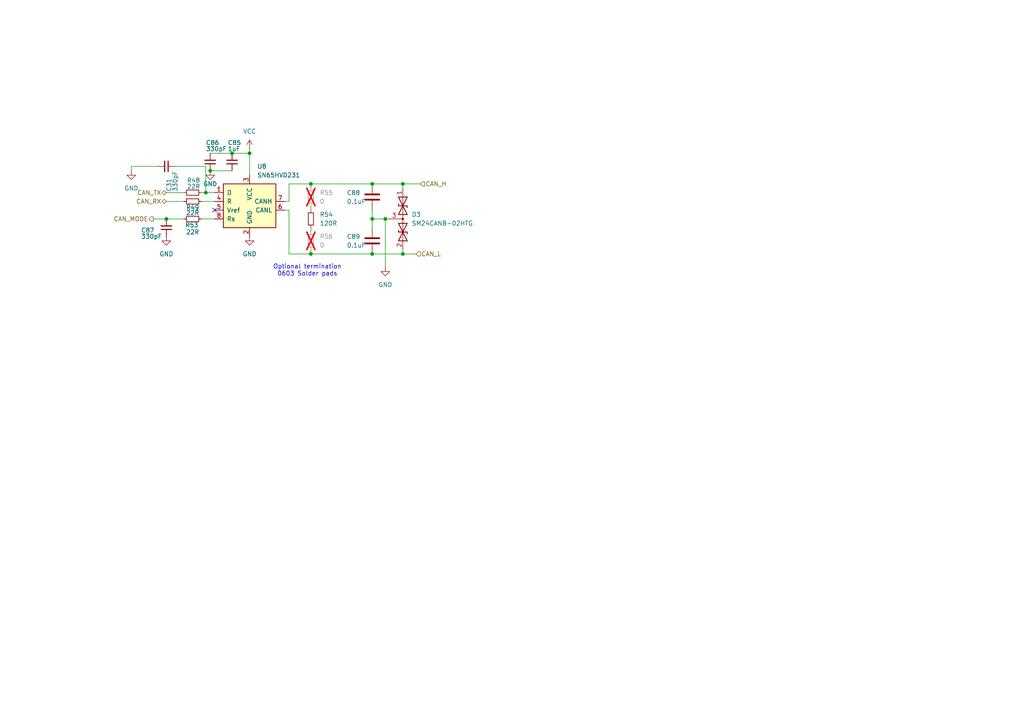
<source format=kicad_sch>
(kicad_sch (version 20231120) (generator "eeschema") (generator_version "8.0")
  (paper "A4")
  (lib_symbols
    (symbol "Device:C" (pin_numbers hide) (pin_names (offset 0.254))
      (property "Reference" "C" (at 0.635 2.54 0))
      (property "Value" "C" (at 0.635 -2.54 0))
      (symbol "C_0_1"
        (polyline (pts (xy -2.032 -0.762) (xy 2.032 -0.762)) (stroke (width 0.508)))
        (polyline (pts (xy -2.032 0.762) (xy 2.032 0.762)) (stroke (width 0.508)))
      )
      (symbol "C_1_1"
        (pin passive line (at 0 3.81 270) (length 2.794) (name "~") (number "1"))
        (pin passive line (at 0 -3.81 90) (length 2.794) (name "~") (number "2"))
      )
    )
    (symbol "Device:C_Small" (pin_numbers hide) (pin_names (offset 0.254) hide)
      (property "Reference" "C" (at 0.254 1.778 0))
      (property "Value" "C_Small" (at 0.254 -2.032 0))
      (symbol "C_Small_0_1"
        (polyline (pts (xy -1.524 -0.508) (xy 1.524 -0.508)) (stroke (width 0.3302)))
        (polyline (pts (xy -1.524 0.508) (xy 1.524 0.508)) (stroke (width 0.3048)))
      )
      (symbol "C_Small_1_1"
        (pin passive line (at 0 2.54 270) (length 2.032) (name "~") (number "1"))
        (pin passive line (at 0 -2.54 90) (length 2.032) (name "~") (number "2"))
      )
    )
    (symbol "Device:D_TVS_Dual_AAC" (pin_names (offset 1.016) hide)
      (property "Reference" "D" (at 0 4.445 0))
      (property "Value" "D_TVS_Dual_AAC" (at 0 2.54 0))
      (symbol "D_TVS_Dual_AAC_0_0"
        (polyline (pts (xy 0 -1.27) (xy 0 0)))
      )
      (symbol "D_TVS_Dual_AAC_0_1"
        (polyline (pts (xy -6.35 0) (xy 6.35 0)))
        (polyline (pts (xy -3.302 1.27) (xy -3.81 1.27) (xy -3.81 -1.27) (xy -4.318 -1.27)) (stroke (width 0.254)))
        (polyline (pts (xy 4.318 1.27) (xy 3.81 1.27) (xy 3.81 -1.27) (xy 3.302 -1.27)) (stroke (width 0.254)))
        (polyline (pts (xy -6.35 1.27) (xy -1.27 -1.27) (xy -1.27 1.27) (xy -6.35 -1.27) (xy -6.35 1.27)) (stroke (width 0.254)))
        (polyline (pts (xy 6.35 1.27) (xy 1.27 -1.27) (xy 1.27 1.27) (xy 6.35 -1.27) (xy 6.35 1.27)) (stroke (width 0.254)))
        (circle (center 0 0) (radius 0.254) (fill (type outline)))
      )
      (symbol "D_TVS_Dual_AAC_1_1"
        (pin passive line (at -8.89 0 0) (length 2.54) (name "A1") (number "1"))
        (pin passive line (at 8.89 0 180) (length 2.54) (name "A2") (number "2"))
        (pin passive line (at 0 -3.81 90) (length 2.54) (name "common") (number "3"))
      )
    )
    (symbol "Device:R_Small" (pin_numbers hide) (pin_names (offset 0.254) hide)
      (property "Reference" "R" (at 0.762 0.508 0))
      (property "Value" "R_Small" (at 0.762 -1.016 0))
      (symbol "R_Small_0_1"
        (rectangle (start -0.762 1.778) (end 0.762 -1.778) (stroke (width 0.2032)))
      )
      (symbol "R_Small_1_1"
        (pin passive line (at 0 2.54 270) (length 0.762) (name "~") (number "1"))
        (pin passive line (at 0 -2.54 90) (length 0.762) (name "~") (number "2"))
      )
    )
    (symbol "Interface_CAN_LIN:SN65HVD231" (pin_names (offset 1.016))
      (property "Reference" "U" (at -2.54 10.16 0))
      (property "Value" "SN65HVD231" (at -2.54 7.62 0))
      (symbol "SN65HVD231_0_1"
        (rectangle (start -7.62 5.08) (end 7.62 -7.62) (stroke (width 0.254)) (fill (type background)))
      )
      (symbol "SN65HVD231_1_1"
        (pin input line (at -10.16 2.54 0) (length 2.54) (name "D") (number "1"))
        (pin power_in line (at 0 -10.16 90) (length 2.54) (name "GND") (number "2"))
        (pin power_in line (at 0 7.62 270) (length 2.54) (name "VCC") (number "3"))
        (pin output line (at -10.16 0 0) (length 2.54) (name "R") (number "4"))
        (pin output line (at -10.16 -2.54 0) (length 2.54) (name "Vref") (number "5"))
        (pin bidirectional line (at 10.16 -2.54 180) (length 2.54) (name "CANL") (number "6"))
        (pin bidirectional line (at 10.16 0 180) (length 2.54) (name "CANH") (number "7"))
        (pin input line (at -10.16 -5.08 0) (length 2.54) (name "Rs") (number "8"))
      )
    )
    (symbol "power:GND" (power) (pin_numbers hide) (pin_names (offset 0) hide)
      (property "Value" "GND" (at 0 -3.81 0))
      (symbol "GND_0_1"
        (polyline (pts (xy 0 0) (xy 0 -1.27) (xy 1.27 -1.27) (xy 0 -2.54) (xy -1.27 -1.27) (xy 0 -1.27)))
      )
      (symbol "GND_1_1"
        (pin power_in line (at 0 0 270) (length 0) (name "~") (number "1"))
      )
    )
    (symbol "power:VCC" (power) (pin_numbers hide) (pin_names (offset 0) hide)
      (property "Value" "VCC" (at 0 3.556 0))
      (symbol "VCC_0_1"
        (polyline (pts (xy -0.762 1.27) (xy 0 2.54)))
        (polyline (pts (xy 0 0) (xy 0 2.54)))
        (polyline (pts (xy 0 2.54) (xy 0.762 1.27)))
      )
      (symbol "VCC_1_1"
        (pin power_in line (at 0 0 90) (length 0) (name "~") (number "1"))
      )
    )
  )
  (junction (at 67.31 44.45))
  (junction (at 107.95 73.66))
  (junction (at 116.84 53.34))
  (junction (at 72.39 44.45))
  (junction (at 90.17 73.66))
  (junction (at 107.95 63.5))
  (junction (at 111.76 63.5))
  (junction (at 60.96 49.53))
  (junction (at 107.95 53.34))
  (junction (at 48.26 63.5))
  (junction (at 90.17 53.34))
  (junction (at 59.69 55.88))
  (junction (at 116.84 73.66))
  (no_connect (at 62.23 60.96))
  (wire (pts (xy 90.17 53.34) (xy 107.95 53.34)))
  (wire (pts (xy 59.69 48.26) (xy 59.69 55.88)))
  (wire (pts (xy 50.8 48.26) (xy 59.69 48.26)))
  (wire (pts (xy 48.26 63.5) (xy 53.34 63.5)))
  (wire (pts (xy 107.95 63.5) (xy 107.95 66.04)))
  (wire (pts (xy 38.1 48.26) (xy 45.72 48.26)))
  (wire (pts (xy 90.17 73.66) (xy 83.82 73.66)))
  (wire (pts (xy 67.31 44.45) (xy 72.39 44.45)))
  (wire (pts (xy 90.17 53.34) (xy 83.82 53.34)))
  (wire (pts (xy 60.96 49.53) (xy 67.31 49.53)))
  (wire (pts (xy 83.82 58.42) (xy 82.55 58.42)))
  (wire (pts (xy 60.96 44.45) (xy 67.31 44.45)))
  (wire (pts (xy 72.39 44.45) (xy 72.39 50.8)))
  (wire (pts (xy 38.1 49.53) (xy 38.1 48.26)))
  (wire (pts (xy 116.84 53.34) (xy 121.92 53.34)))
  (wire (pts (xy 111.76 63.5) (xy 111.76 77.47)))
  (wire (pts (xy 59.69 55.88) (xy 62.23 55.88)))
  (wire (pts (xy 107.95 60.96) (xy 107.95 63.5)))
  (wire (pts (xy 107.95 53.34) (xy 116.84 53.34)))
  (wire (pts (xy 116.84 73.66) (xy 120.65 73.66)))
  (wire (pts (xy 107.95 73.66) (xy 116.84 73.66)))
  (wire (pts (xy 48.26 55.88) (xy 53.34 55.88)))
  (wire (pts (xy 58.42 55.88) (xy 59.69 55.88)))
  (wire (pts (xy 83.82 53.34) (xy 83.82 58.42)))
  (wire (pts (xy 90.17 73.66) (xy 107.95 73.66)))
  (wire (pts (xy 90.17 53.34) (xy 90.17 54.61)))
  (wire (pts (xy 113.03 63.5) (xy 111.76 63.5)))
  (wire (pts (xy 90.17 72.39) (xy 90.17 73.66)))
  (wire (pts (xy 83.82 60.96) (xy 82.55 60.96)))
  (wire (pts (xy 90.17 66.04) (xy 90.17 67.31)))
  (wire (pts (xy 58.42 58.42) (xy 62.23 58.42)))
  (wire (pts (xy 116.84 72.39) (xy 116.84 73.66)))
  (wire (pts (xy 58.42 63.5) (xy 62.23 63.5)))
  (wire (pts (xy 107.95 63.5) (xy 111.76 63.5)))
  (wire (pts (xy 116.84 53.34) (xy 116.84 54.61)))
  (wire (pts (xy 72.39 43.18) (xy 72.39 44.45)))
  (wire (pts (xy 48.26 58.42) (xy 53.34 58.42)))
  (wire (pts (xy 44.45 63.5) (xy 48.26 63.5)))
  (wire (pts (xy 83.82 73.66) (xy 83.82 60.96)))
  (wire (pts (xy 90.17 59.69) (xy 90.17 60.96)))
  (text "Optional termination\n0603 Solder pads" (at 89.154 78.486 0) (effects (font (size 1.27 1.27))))
  (hierarchical_label "CAN_TX" (shape bidirectional) (at 48.26 55.88 180))
  (hierarchical_label "CAN_L" (shape input) (at 120.65 73.66 0))
  (hierarchical_label "CAN_MODE" (shape output) (at 44.45 63.5 180))
  (hierarchical_label "CAN_RX" (shape bidirectional) (at 48.26 58.42 180))
  (hierarchical_label "CAN_H" (shape input) (at 121.92 53.34 0))
  (symbol (lib_id "Device:C_Small") (at 48.26 66.04 180) (unit 1)
    (property "Reference" "C87" (at 40.894 66.802 0) (effects (justify right)))
    (property "Value" "330pF" (at 40.894 68.58 0) (effects (justify right)))
    (property "Footprint" "Capacitor_SMD:C_0402_1005Metric" (effects (hide yes)))
    (property "Description" "Unpolarized capacitor, small symbol" (effects (hide yes)))
    (property "LCSC Part #" "C526998" (effects (hide yes)))
  )
  (symbol (lib_id "Device:D_TVS_Dual_AAC") (at 116.84 63.5 270) (unit 1)
    (property "Reference" "D3" (at 119.38 62.2299 90) (effects (justify left)))
    (property "Value" "SM24CANB-02HTG" (at 119.38 64.7699 90) (effects (justify left)))
    (property "Footprint" "Package_TO_SOT_SMD:SOT-23" (effects (hide yes)))
    (property "Description" "Bidirectional dual transient-voltage-suppression diode, center on pin 3" (effects (hide yes)))
    (property "LCSC Part #" "C2937019" (effects (hide yes)))
  )
  (symbol (lib_id "power:VCC") (at 72.39 43.18 0) (unit 1)
    (property "Reference" "#PWR0105" (effects (hide yes)))
    (property "Value" "VCC" (at 72.39 38.1 0))
    (property "Description" "Power symbol creates a global label with name \"VCC\"" (effects (hide yes)))
  )
  (symbol (lib_id "Device:R_Small") (at 90.17 57.15 0) (unit 1) (dnp yes)
    (property "Reference" "R55" (at 92.71 55.8799 0) (effects (justify left)))
    (property "Value" "0" (at 92.71 58.4199 0) (effects (justify left)))
    (property "Footprint" "Resistor_SMD:R_0603_1608Metric_Pad0.98x0.95mm_HandSolder" (effects (hide yes)))
    (property "Description" "Resistor, small symbol" (effects (hide yes)))
  )
  (symbol (lib_id "Device:C_Small") (at 67.31 46.99 180) (unit 1)
    (property "Reference" "C85" (at 66.04 41.402 0) (effects (justify right)))
    (property "Value" "1uF" (at 66.04 43.18 0) (effects (justify right)))
    (property "Footprint" "Capacitor_SMD:C_0603_1608Metric" (effects (hide yes)))
    (property "Description" "Unpolarized capacitor, small symbol" (effects (hide yes)))
    (property "LCSC Part #" "C106858" (effects (hide yes)))
  )
  (symbol (lib_id "power:GND") (at 111.76 77.47 0) (unit 1)
    (property "Reference" "#PWR0124" (effects (hide yes)))
    (property "Value" "GND" (at 111.76 82.55 0))
    (property "Description" "Power symbol creates a global label with name \"GND\" , ground" (effects (hide yes)))
  )
  (symbol (lib_id "power:GND") (at 48.26 68.58 0) (unit 1)
    (property "Reference" "#PWR0123" (effects (hide yes)))
    (property "Value" "GND" (at 48.26 73.66 0))
    (property "Description" "Power symbol creates a global label with name \"GND\" , ground" (effects (hide yes)))
  )
  (symbol (lib_id "Interface_CAN_LIN:SN65HVD231") (at 72.39 58.42 0) (unit 1)
    (property "Reference" "U8" (at 74.5841 48.26 0) (effects (justify left)))
    (property "Value" "SN65HVD231" (at 74.5841 50.8 0) (effects (justify left)))
    (property "Footprint" "Package_SO:SOIC-8_3.9x4.9mm_P1.27mm" (effects (hide yes)))
    (property "Datasheet" "http://www.ti.com/lit/ds/symlink/sn65hvd230.pdf" (effects (hide yes)))
    (property "Description" "CAN Bus Transceivers, 3.3V, 1Mbps,Ultra Low-Power capabilities, SOIC-8" (effects (hide yes)))
    (property "LCSC Part #" "C129257" (effects (hide yes)))
  )
  (symbol (lib_id "Device:C_Small") (at 60.96 46.99 180) (unit 1)
    (property "Reference" "C86" (at 59.69 41.402 0) (effects (justify right)))
    (property "Value" "330pF" (at 59.69 43.18 0) (effects (justify right)))
    (property "Footprint" "Capacitor_SMD:C_0402_1005Metric" (effects (hide yes)))
    (property "Description" "Unpolarized capacitor, small symbol" (effects (hide yes)))
    (property "LCSC Part #" "C526998" (effects (hide yes)))
  )
  (symbol (lib_id "Device:R_Small") (at 90.17 63.5 180) (unit 1)
    (property "Reference" "R54" (at 92.71 62.2299 0) (effects (justify right)))
    (property "Value" "120R" (at 92.71 64.7699 0) (effects (justify right)))
    (property "Footprint" "Resistor_SMD:R_0402_1005Metric" (effects (hide yes)))
    (property "Description" "Resistor, small symbol" (effects (hide yes)))
    (property "LCSC Part #" "C114640" (effects (hide yes)))
  )
  (symbol (lib_id "Device:C") (at 107.95 69.85 0) (unit 1)
    (property "Reference" "C89" (at 100.584 69.342 0) (effects (justify left bottom)))
    (property "Value" "${CAPACITANCE}" (at 100.584 71.882 0) (effects (justify left bottom)))
    (property "Footprint" "Capacitor_SMD:C_0603_1608Metric" (effects (hide yes)))
    (property "Description" "CAP CER 0.1UF 50V X7R 0603" (effects (hide yes)))
    (property "SUPPLIER 1" "Digi-Key" (effects (hide yes)))
    (property "SUPPLIER PART NUMBER 1" "490-1519-2-ND" (effects (hide yes)))
    (property "MANUFACTURER" "Murata Electronics North America" (effects (hide yes)))
    (property "MANUFACTURER PART NUMBER" "GRM188R71H104KA93D" (effects (hide yes)))
    (property "ROHS" "RoHS Compliant" (effects (hide yes)))
    (property "CATEGORY" "Capacitors" (effects (hide yes)))
    (property "PRICING 1" "4000=0.01822, 8000=0.01663, 12000=0.01584 (USD)" (effects (hide yes)))
    (property "PACKAGING" "Tape & Reel (TR)" (effects (hide yes)))
    (property "CAPACITANCE" "0.1uF" (effects (hide yes)))
    (property "TOLERANCE" "±10%" (effects (hide yes)))
    (property "VOLTAGE - RATED" "50V" (effects (hide yes)))
    (property "TEMPERATURE COEFFICIENT" "X7R" (effects (hide yes)))
    (property "MOUNTING TYPE" "Surface Mount, MLCC" (effects (hide yes)))
    (property "OPERATING TEMPERATURE" "-55°C ~ 125°C" (effects (hide yes)))
    (property "APPLICATIONS" "General Purpose" (effects (hide yes)))
    (property "RATINGS" "-" (effects (hide yes)))
    (property "PACKAGE / CASE" "0603 (1608 Metric)" (effects (hide yes)))
    (property "SIZE / DIMENSION" "0.063\" L x 0.032\" W (1.60mm x 0.80mm)" (effects (hide yes)))
    (property "HEIGHT - SEATED (MAX)" "-" (effects (hide yes)))
    (property "THICKNESS (MAX)" "0.035\" (0.90mm)" (effects (hide yes)))
    (property "LEAD SPACING" "-" (effects (hide yes)))
    (property "FEATURES" "-" (effects (hide yes)))
    (property "LEAD STYLE" "-" (effects (hide yes)))
    (property "COMPONENTLINK1URL" "http://www.murata.com/~/media/webrenewal/support/library/catalog/products/capacitor/mlcc/c02e.ashx?la=en-us" (effects (hide yes)))
    (property "COMPONENTLINK1DESCRIPTION" "http://www.murata.com/~/media/webrenewal/support/library/catalog/products/capacitor/mlcc/c02e.ashx?la=en-us" (effects (hide yes)))
    (property "STOCK" "19812000" (effects (hide yes)))
    (property "PART STATUS" "Active" (effects (hide yes)))
    (property "SUPPLIER 2" "Digi-Key" (effects (hide yes)))
    (property "SUPPLIER PART NUMBER 2" "490-1519-1-ND" (effects (hide yes)))
    (property "PRICING 2" "1=0.12, 10=0.084, 100=0.0396, 500=0.02778, 1000=0.023 (USD)" (effects (hide yes)))
    (property "LCSC Part #" "C77055" (effects (hide yes)))
  )
  (symbol (lib_id "Device:R_Small") (at 90.17 69.85 0) (unit 1) (dnp yes)
    (property "Reference" "R56" (at 92.71 68.5799 0) (effects (justify left)))
    (property "Value" "0" (at 92.71 71.1199 0) (effects (justify left)))
    (property "Footprint" "Resistor_SMD:R_0603_1608Metric_Pad0.98x0.95mm_HandSolder" (effects (hide yes)))
    (property "Description" "Resistor, small symbol" (effects (hide yes)))
  )
  (symbol (lib_id "power:GND") (at 38.1 49.53 0) (unit 1)
    (property "Reference" "#PWR0120" (effects (hide yes)))
    (property "Value" "GND" (at 38.1 54.61 0))
    (property "Description" "Power symbol creates a global label with name \"GND\" , ground" (effects (hide yes)))
  )
  (symbol (lib_id "Device:C") (at 107.95 57.15 0) (unit 1)
    (property "Reference" "C88" (at 100.584 56.642 0) (effects (justify left bottom)))
    (property "Value" "${CAPACITANCE}" (at 100.584 59.182 0) (effects (justify left bottom)))
    (property "Footprint" "Capacitor_SMD:C_0603_1608Metric" (effects (hide yes)))
    (property "Description" "CAP CER 0.1UF 50V X7R 0603" (effects (hide yes)))
    (property "SUPPLIER 1" "Digi-Key" (effects (hide yes)))
    (property "SUPPLIER PART NUMBER 1" "490-1519-2-ND" (effects (hide yes)))
    (property "MANUFACTURER" "Murata Electronics North America" (effects (hide yes)))
    (property "MANUFACTURER PART NUMBER" "GRM188R71H104KA93D" (effects (hide yes)))
    (property "ROHS" "RoHS Compliant" (effects (hide yes)))
    (property "CATEGORY" "Capacitors" (effects (hide yes)))
    (property "PRICING 1" "4000=0.01822, 8000=0.01663, 12000=0.01584 (USD)" (effects (hide yes)))
    (property "PACKAGING" "Tape & Reel (TR)" (effects (hide yes)))
    (property "CAPACITANCE" "0.1uF" (effects (hide yes)))
    (property "TOLERANCE" "±10%" (effects (hide yes)))
    (property "VOLTAGE - RATED" "50V" (effects (hide yes)))
    (property "TEMPERATURE COEFFICIENT" "X7R" (effects (hide yes)))
    (property "MOUNTING TYPE" "Surface Mount, MLCC" (effects (hide yes)))
    (property "OPERATING TEMPERATURE" "-55°C ~ 125°C" (effects (hide yes)))
    (property "APPLICATIONS" "General Purpose" (effects (hide yes)))
    (property "RATINGS" "-" (effects (hide yes)))
    (property "PACKAGE / CASE" "0603 (1608 Metric)" (effects (hide yes)))
    (property "SIZE / DIMENSION" "0.063\" L x 0.032\" W (1.60mm x 0.80mm)" (effects (hide yes)))
    (property "HEIGHT - SEATED (MAX)" "-" (effects (hide yes)))
    (property "THICKNESS (MAX)" "0.035\" (0.90mm)" (effects (hide yes)))
    (property "LEAD SPACING" "-" (effects (hide yes)))
    (property "FEATURES" "-" (effects (hide yes)))
    (property "LEAD STYLE" "-" (effects (hide yes)))
    (property "COMPONENTLINK1URL" "http://www.murata.com/~/media/webrenewal/support/library/catalog/products/capacitor/mlcc/c02e.ashx?la=en-us" (effects (hide yes)))
    (property "COMPONENTLINK1DESCRIPTION" "http://www.murata.com/~/media/webrenewal/support/library/catalog/products/capacitor/mlcc/c02e.ashx?la=en-us" (effects (hide yes)))
    (property "STOCK" "19812000" (effects (hide yes)))
    (property "PART STATUS" "Active" (effects (hide yes)))
    (property "SUPPLIER 2" "Digi-Key" (effects (hide yes)))
    (property "SUPPLIER PART NUMBER 2" "490-1519-1-ND" (effects (hide yes)))
    (property "PRICING 2" "1=0.12, 10=0.084, 100=0.0396, 500=0.02778, 1000=0.023 (USD)" (effects (hide yes)))
    (property "LCSC Part #" "C77055" (effects (hide yes)))
  )
  (symbol (lib_id "power:GND") (at 60.96 49.53 0) (unit 1)
    (property "Reference" "#PWR0122" (effects (hide yes)))
    (property "Value" "GND" (at 60.96 53.34 0))
    (property "Description" "Power symbol creates a global label with name \"GND\" , ground" (effects (hide yes)))
  )
  (symbol (lib_id "power:GND") (at 72.39 68.58 0) (unit 1)
    (property "Reference" "#PWR0121" (effects (hide yes)))
    (property "Value" "GND" (at 72.39 73.66 0))
    (property "Description" "Power symbol creates a global label with name \"GND\" , ground" (effects (hide yes)))
  )
  (symbol (lib_id "Device:R_Small") (at 55.88 55.88 90) (unit 1)
    (property "Reference" "R48" (at 56.134 52.324 90))
    (property "Value" "22R" (at 56.134 54.102 90))
    (property "Footprint" "Resistor_SMD:R_0603_1608Metric" (effects (hide yes)))
    (property "Description" "Resistor, small symbol" (effects (hide yes)))
    (property "LCSC Part #" "C107701" (effects (hide yes)))
  )
  (symbol (lib_id "Device:C_Small") (at 48.26 48.26 270) (unit 1)
    (property "Reference" "C31" (at 49.022 55.626 0) (effects (justify right)))
    (property "Value" "330pF" (at 50.8 55.626 0) (effects (justify right)))
    (property "Footprint" "Capacitor_SMD:C_0402_1005Metric" (effects (hide yes)))
    (property "Description" "Unpolarized capacitor, small symbol" (effects (hide yes)))
    (property "LCSC Part #" "C526998" (effects (hide yes)))
  )
  (symbol (lib_id "Device:R_Small") (at 55.88 63.5 90) (unit 1)
    (property "Reference" "R53" (at 55.626 65.278 90))
    (property "Value" "22R" (at 55.88 67.31 90))
    (property "Footprint" "Resistor_SMD:R_0603_1608Metric" (effects (hide yes)))
    (property "Description" "Resistor, small symbol" (effects (hide yes)))
    (property "LCSC Part #" "C107701" (effects (hide yes)))
  )
  (symbol (lib_id "Device:R_Small") (at 55.88 58.42 90) (unit 1)
    (property "Reference" "R49" (at 55.88 60.198 90))
    (property "Value" "22R" (at 55.88 61.722 90))
    (property "Footprint" "Resistor_SMD:R_0603_1608Metric" (effects (hide yes)))
    (property "Description" "Resistor, small symbol" (effects (hide yes)))
    (property "LCSC Part #" "C107701" (effects (hide yes)))
  )
)
</source>
